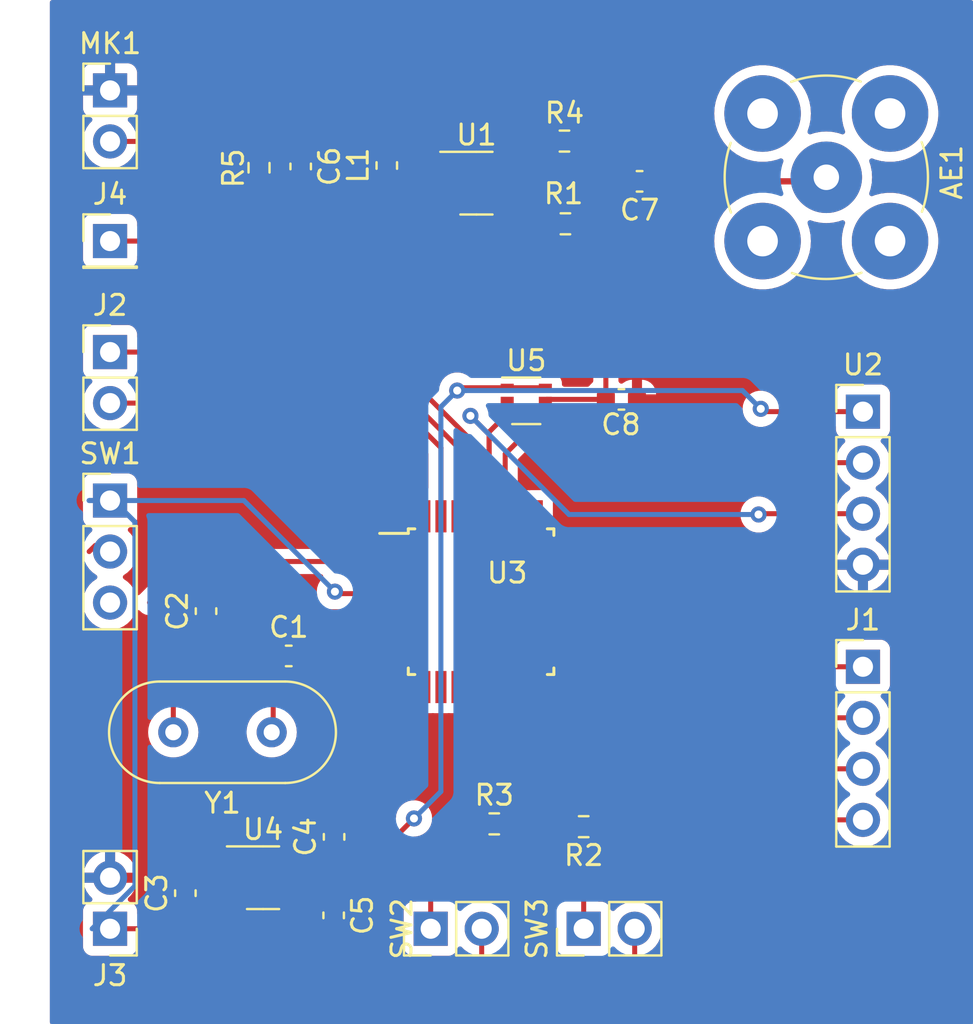
<source format=kicad_pcb>
(kicad_pcb (version 20221018) (generator pcbnew)
  (layers (0 "F.Cu" signal) (31 "B.Cu" signal) (34 "B.Paste" user) (35 "F.Paste" user) (36 "B.SilkS" user "B.Silkscreen") (37 "F.SilkS" user "F.Silkscreen") (38 "B.Mask" user) (39 "F.Mask" user) (44 "Edge.Cuts" user))
  (net 0 "")
  (net 1 "Net-(U3-XTAL2{slash}PB7)")
  (net 2 "GND")
  (net 3 "Net-(U3-XTAL1{slash}PB6)")
  (net 4 "VDD")
  (net 5 "+3.3V")
  (net 6 "Net-(U4-ADJ)")
  (net 7 "Net-(MK1-+)")
  (net 8 "Net-(U1-TUNE)")
  (net 9 "Net-(AE1-A)")
  (net 10 "3V3")
  (net 11 "Net-(J1-Pin_1)")
  (net 12 "Net-(J1-Pin_2)")
  (net 13 "Net-(J1-Pin_3)")
  (net 14 "Net-(J1-Pin_4)")
  (net 15 "Net-(J2-Pin_1)")
  (net 16 "Net-(J2-Pin_2)")
  (net 17 "Net-(J4-Pin_1)")
  (net 18 "Net-(U1-IND)")
  (net 19 "Net-(U1-OUT-)")
  (net 20 "Net-(U3-PB1)")
  (net 21 "Net-(U3-PB0)")
  (net 22 "Net-(U1-OUT+)")
  (net 23 "Net-(U3-PD3)")
  (net 24 "Net-(U3-PD4)")
  (net 38 "SDA0")
  (net 39 "SCL0")
  (footprint "Capacitor_SMD:C_0603_1608Metric" (layer "F.Cu") (at 150.47 87.88)
    (fp_text reference "C8" (at -0.027472 1.256044) (layer "F.SilkS"))
    (fp_text value "C")
    (fp_line (start -0.14058 -0.51) (end 0.14058 -0.51) (stroke (width 0.12)) (layer "F.SilkS"))
    (fp_line (start -0.14058 0.51) (end 0.14058 0.51) (stroke (width 0.12)) (layer "F.SilkS"))
    (pad "1" smd roundrect (at -0.775 0) (size 0.9 0.95) (layers "F.Cu" "F.Paste" "F.Mask") (net 8 "Net-(U1-TUNE)"))
    (pad "2" smd roundrect (at 0.775 0) (size 0.9 0.95) (layers "F.Cu" "F.Paste" "F.Mask") (net 2 "GND"))
  )
  (footprint "Capacitor_SMD:C_0603_1608Metric" (layer "F.Cu") (at 129.78 98.42 90)
    (fp_text reference "C2" (at 0 -1.43 90) (layer "F.SilkS"))
    (fp_text value "C")
    (fp_line (start -0.14058 -0.51) (end 0.14058 -0.51) (stroke (width 0.12)) (layer "F.SilkS"))
    (fp_line (start -0.14058 0.51) (end 0.14058 0.51) (stroke (width 0.12)) (layer "F.SilkS"))
    (pad "1" smd roundrect (at -0.775 0 90) (size 0.9 0.95) (layers "F.Cu" "F.Paste" "F.Mask") (net 3 "Net-(U3-XTAL1{slash}PB6)"))
    (pad "2" smd roundrect (at 0.775 0 90) (size 0.9 0.95) (layers "F.Cu" "F.Paste" "F.Mask") (net 2 "GND"))
  )
  (footprint "Resistor_SMD:R_0603_1608Metric" (layer "F.Cu") (at 144.135 109.01)
    (fp_text reference "R3" (at 0 -1.43) (layer "F.SilkS"))
    (fp_text value "R_US")
    (fp_line (start -0.237258 -0.5225) (end 0.237258 -0.5225) (stroke (width 0.12)) (layer "F.SilkS"))
    (fp_line (start -0.237258 0.5225) (end 0.237258 0.5225) (stroke (width 0.12)) (layer "F.SilkS"))
    (pad "1" smd roundrect (at -0.825 0) (size 0.8 0.95) (layers "F.Cu" "F.Paste" "F.Mask") (net 2 "GND"))
    (pad "2" smd roundrect (at 0.825 0) (size 0.8 0.95) (layers "F.Cu" "F.Paste" "F.Mask") (net 21 "Net-(U3-PB0)"))
  )
  (footprint "Connector_Coaxial:BNC_TEConnectivity_1478204_Vertical" (layer "F.Cu") (at 160.675 76.825 -90)
    (fp_text reference "AE1" (at -0.25 -6.25 -90) (layer "F.SilkS"))
    (fp_text value "Antenna")
    (fp_arc (start -4.75 1.75) (mid -5.062075 0.019867) (end -4.763589 -1.712663) (stroke (width 0.12)) (layer "F.SilkS"))
    (fp_arc (start -1.75 -4.75) (mid -0.019867 -5.062075) (end 1.712663 -4.763589) (stroke (width 0.12)) (layer "F.SilkS"))
    (fp_arc (start 1.75 4.75) (mid 0.019867 5.062075) (end -1.712663 4.763589) (stroke (width 0.12)) (layer "F.SilkS"))
    (fp_arc (start 4.75 -1.75) (mid 5.062075 -0.019867) (end 4.763589 1.712663) (stroke (width 0.12)) (layer "F.SilkS"))
    (pad "1" thru_hole circle (at 0 0 270) (size 3.556 3.556) (drill 1.27) (layers "*.Cu" "*.Mask") (net 9 "Net-(AE1-A)"))
    (pad "2" thru_hole circle (at -3.175 -3.175 270) (size 3.81 3.81) (drill 1.524) (layers "*.Cu" "*.Mask"))
    (pad "2" thru_hole circle (at -3.175 3.175 270) (size 3.81 3.81) (drill 1.524) (layers "*.Cu" "*.Mask"))
    (pad "2" thru_hole circle (at 3.175 -3.175 270) (size 3.81 3.81) (drill 1.524) (layers "*.Cu" "*.Mask"))
    (pad "2" thru_hole circle (at 3.175 3.175 270) (size 3.81 3.81) (drill 1.524) (layers "*.Cu" "*.Mask"))
  )
  (footprint "Resistor_SMD:R_0603_1608Metric" (layer "F.Cu") (at 132.42 76.349165 -90)
    (fp_text reference "R5" (at 0.028965 1.278318 90) (layer "F.SilkS"))
    (fp_text value "R_US")
    (fp_line (start -0.237258 -0.5225) (end 0.237258 -0.5225) (stroke (width 0.12)) (layer "F.SilkS"))
    (fp_line (start -0.237258 0.5225) (end 0.237258 0.5225) (stroke (width 0.12)) (layer "F.SilkS"))
    (pad "1" smd roundrect (at -0.825 0 270) (size 0.8 0.95) (layers "F.Cu" "F.Paste" "F.Mask") (net 7 "Net-(MK1-+)"))
    (pad "2" smd roundrect (at 0.825 0 270) (size 0.8 0.95) (layers "F.Cu" "F.Paste" "F.Mask") (net 10 "3V3"))
  )
  (footprint "Capacitor_SMD:C_0603_1608Metric" (layer "F.Cu") (at 136.137119 113.5634 -90)
    (fp_text reference "C5" (at 0 -1.43 90) (layer "F.SilkS"))
    (fp_text value "C")
    (fp_line (start -0.14058 -0.51) (end 0.14058 -0.51) (stroke (width 0.12)) (layer "F.SilkS"))
    (fp_line (start -0.14058 0.51) (end 0.14058 0.51) (stroke (width 0.12)) (layer "F.SilkS"))
    (pad "1" smd roundrect (at -0.775 0 270) (size 0.9 0.95) (layers "F.Cu" "F.Paste" "F.Mask") (net 6 "Net-(U4-ADJ)"))
    (pad "2" smd roundrect (at 0.775 0 270) (size 0.9 0.95) (layers "F.Cu" "F.Paste" "F.Mask") (net 2 "GND"))
  )
  (footprint "Connector_PinHeader_2.54mm:PinHeader_1x02_P2.54mm_Vertical" (layer "F.Cu") (at 140.97 114.23 90)
    (fp_text reference "SW2" (at 0 -1.437881 90) (layer "F.SilkS"))
    (fp_text value "SW_Push")
    (fp_line (start -1.33 -1.33) (end 0 -1.33) (stroke (width 0.12)) (layer "F.SilkS"))
    (fp_line (start -1.33 0) (end -1.33 -1.33) (stroke (width 0.12)) (layer "F.SilkS"))
    (fp_line (start -1.33 1.27) (end -1.33 3.87) (stroke (width 0.12)) (layer "F.SilkS"))
    (fp_line (start -1.33 1.27) (end 1.33 1.27) (stroke (width 0.12)) (layer "F.SilkS"))
    (fp_line (start -1.33 3.87) (end 1.33 3.87) (stroke (width 0.12)) (layer "F.SilkS"))
    (fp_line (start 1.33 1.27) (end 1.33 3.87) (stroke (width 0.12)) (layer "F.SilkS"))
    (pad "1" thru_hole rect (at 0 0 90) (size 1.7 1.7) (drill 1) (layers "*.Cu" "*.Mask") (net 21 "Net-(U3-PB0)"))
    (pad "2" thru_hole oval (at 0 2.54 90) (size 1.7 1.7) (drill 1) (layers "*.Cu" "*.Mask") (net 4 "VDD"))
  )
  (footprint "Connector_PinHeader_2.54mm:PinHeader_1x01_P2.54mm_Vertical" (layer "F.Cu") (at 125 80)
    (fp_text reference "J4" (at 0 -2.33) (layer "F.SilkS"))
    (fp_text value "reset")
    (fp_line (start -1.33 -1.33) (end 0 -1.33) (stroke (width 0.12)) (layer "F.SilkS"))
    (fp_line (start -1.33 0) (end -1.33 -1.33) (stroke (width 0.12)) (layer "F.SilkS"))
    (fp_line (start -1.33 1.27) (end -1.33 1.33) (stroke (width 0.12)) (layer "F.SilkS"))
    (fp_line (start -1.33 1.27) (end 1.33 1.27) (stroke (width 0.12)) (layer "F.SilkS"))
    (fp_line (start -1.33 1.33) (end 1.33 1.33) (stroke (width 0.12)) (layer "F.SilkS"))
    (fp_line (start 1.33 1.27) (end 1.33 1.33) (stroke (width 0.12)) (layer "F.SilkS"))
    (pad "1" thru_hole rect (at 0 0) (size 1.7 1.7) (drill 1) (layers "*.Cu" "*.Mask") (net 17 "Net-(J4-Pin_1)"))
  )
  (footprint "Connector_PinHeader_2.54mm:PinHeader_1x02_P2.54mm_Vertical" (layer "F.Cu") (at 148.59 114.23 90)
    (fp_text reference "SW3" (at 0 -2.33 90) (layer "F.SilkS"))
    (fp_text value "SW_Push")
    (fp_line (start -1.33 -1.33) (end 0 -1.33) (stroke (width 0.12)) (layer "F.SilkS"))
    (fp_line (start -1.33 0) (end -1.33 -1.33) (stroke (width 0.12)) (layer "F.SilkS"))
    (fp_line (start -1.33 1.27) (end -1.33 3.87) (stroke (width 0.12)) (layer "F.SilkS"))
    (fp_line (start -1.33 1.27) (end 1.33 1.27) (stroke (width 0.12)) (layer "F.SilkS"))
    (fp_line (start -1.33 3.87) (end 1.33 3.87) (stroke (width 0.12)) (layer "F.SilkS"))
    (fp_line (start 1.33 1.27) (end 1.33 3.87) (stroke (width 0.12)) (layer "F.SilkS"))
    (pad "1" thru_hole rect (at 0 0 90) (size 1.7 1.7) (drill 1) (layers "*.Cu" "*.Mask") (net 20 "Net-(U3-PB1)"))
    (pad "2" thru_hole oval (at 0 2.54 90) (size 1.7 1.7) (drill 1) (layers "*.Cu" "*.Mask") (net 4 "VDD"))
  )
  (footprint "Capacitor_SMD:C_0603_1608Metric" (layer "F.Cu") (at 128.750918 112.458408 90)
    (fp_text reference "C3" (at 0 -1.43 90) (layer "F.SilkS"))
    (fp_text value "C")
    (fp_line (start -0.14058 -0.51) (end 0.14058 -0.51) (stroke (width 0.12)) (layer "F.SilkS"))
    (fp_line (start -0.14058 0.51) (end 0.14058 0.51) (stroke (width 0.12)) (layer "F.SilkS"))
    (pad "1" smd roundrect (at -0.775 0 90) (size 0.9 0.95) (layers "F.Cu" "F.Paste" "F.Mask") (net 4 "VDD"))
    (pad "2" smd roundrect (at 0.775 0 90) (size 0.9 0.95) (layers "F.Cu" "F.Paste" "F.Mask") (net 2 "GND"))
  )
  (footprint "Crystal:Crystal_HC18-U_Vertical" (layer "F.Cu") (at 133.05 104.45 180)
    (fp_text reference "Y1" (at 2.45 -3.525) (layer "F.SilkS"))
    (fp_text value "Crystal")
    (fp_line (start -0.675 -2.525) (end 5.575 -2.525) (stroke (width 0.12)) (layer "F.SilkS"))
    (fp_line (start -0.675 2.525) (end 5.575 2.525) (stroke (width 0.12)) (layer "F.SilkS"))
    (fp_arc (start -0.675 2.525) (mid -3.2 0) (end -0.675 -2.525) (stroke (width 0.12)) (layer "F.SilkS"))
    (fp_arc (start 5.575 -2.525) (mid 8.1 0) (end 5.575 2.525) (stroke (width 0.12)) (layer "F.SilkS"))
    (pad "1" thru_hole circle (at 0 0 180) (size 1.5 1.5) (drill 0.8) (layers "*.Cu" "*.Mask") (net 1 "Net-(U3-XTAL2{slash}PB7)"))
    (pad "2" thru_hole circle (at 4.9 0 180) (size 1.5 1.5) (drill 0.8) (layers "*.Cu" "*.Mask") (net 3 "Net-(U3-XTAL1{slash}PB6)"))
  )
  (footprint "Connector_PinHeader_2.54mm:PinHeader_1x04_P2.54mm_Vertical" (layer "F.Cu") (at 162.5 101.19)
    (fp_text reference "J1" (at 0 -2.33) (layer "F.SilkS"))
    (fp_text value "SPI")
    (fp_line (start -1.33 -1.33) (end 0 -1.33) (stroke (width 0.12)) (layer "F.SilkS"))
    (fp_line (start -1.33 0) (end -1.33 -1.33) (stroke (width 0.12)) (layer "F.SilkS"))
    (fp_line (start -1.33 1.27) (end -1.33 8.95) (stroke (width 0.12)) (layer "F.SilkS"))
    (fp_line (start -1.33 1.27) (end 1.33 1.27) (stroke (width 0.12)) (layer "F.SilkS"))
    (fp_line (start -1.33 8.95) (end 1.33 8.95) (stroke (width 0.12)) (layer "F.SilkS"))
    (fp_line (start 1.33 1.27) (end 1.33 8.95) (stroke (width 0.12)) (layer "F.SilkS"))
    (pad "1" thru_hole rect (at 0 0) (size 1.7 1.7) (drill 1) (layers "*.Cu" "*.Mask") (net 11 "Net-(J1-Pin_1)"))
    (pad "2" thru_hole oval (at 0 2.54) (size 1.7 1.7) (drill 1) (layers "*.Cu" "*.Mask") (net 12 "Net-(J1-Pin_2)"))
    (pad "3" thru_hole oval (at 0 5.08) (size 1.7 1.7) (drill 1) (layers "*.Cu" "*.Mask") (net 13 "Net-(J1-Pin_3)"))
    (pad "4" thru_hole oval (at 0 7.62) (size 1.7 1.7) (drill 1) (layers "*.Cu" "*.Mask") (net 14 "Net-(J1-Pin_4)"))
  )
  (footprint "Package_TO_SOT_SMD:SOT-23-5" (layer "F.Cu") (at 132.62 111.69)
    (fp_text reference "U4" (at 0 -2.4) (layer "F.SilkS"))
    (fp_text value "AP2204K-ADJ")
    (fp_line (start 0 -1.56) (end -1.8 -1.56) (stroke (width 0.12)) (layer "F.SilkS"))
    (fp_line (start 0 -1.56) (end 0.8 -1.56) (stroke (width 0.12)) (layer "F.SilkS"))
    (fp_line (start 0 1.56) (end -0.8 1.56) (stroke (width 0.12)) (layer "F.SilkS"))
    (fp_line (start 0 1.56) (end 0.8 1.56) (stroke (width 0.12)) (layer "F.SilkS"))
    (pad "1" smd roundrect (at -1.1375 -0.95) (size 1.325 0.6) (layers "F.Cu" "F.Paste" "F.Mask") (net 4 "VDD"))
    (pad "2" smd roundrect (at -1.1375 0) (size 1.325 0.6) (layers "F.Cu" "F.Paste" "F.Mask") (net 2 "GND"))
    (pad "3" smd roundrect (at -1.1375 0.95) (size 1.325 0.6) (layers "F.Cu" "F.Paste" "F.Mask") (net 4 "VDD"))
    (pad "4" smd roundrect (at 1.1375 0.95) (size 1.325 0.6) (layers "F.Cu" "F.Paste" "F.Mask") (net 6 "Net-(U4-ADJ)"))
    (pad "5" smd roundrect (at 1.1375 -0.95) (size 1.325 0.6) (layers "F.Cu" "F.Paste" "F.Mask") (net 5 "+3.3V"))
  )
  (footprint "Capacitor_SMD:C_0603_1608Metric" (layer "F.Cu") (at 136.158007 109.656205 90)
    (fp_text reference "C4" (at 0 -1.43 90) (layer "F.SilkS"))
    (fp_text value "C")
    (fp_line (start -0.14058 -0.51) (end 0.14058 -0.51) (stroke (width 0.12)) (layer "F.SilkS"))
    (fp_line (start -0.14058 0.51) (end 0.14058 0.51) (stroke (width 0.12)) (layer "F.SilkS"))
    (pad "1" smd roundrect (at -0.775 0 90) (size 0.9 0.95) (layers "F.Cu" "F.Paste" "F.Mask") (net 5 "+3.3V"))
    (pad "2" smd roundrect (at 0.775 0 90) (size 0.9 0.95) (layers "F.Cu" "F.Paste" "F.Mask") (net 2 "GND"))
  )
  (footprint "Package_TO_SOT_SMD:SOT-363_SC-70-6" (layer "F.Cu") (at 145.73 87.95)
    (fp_text reference "U5" (at 0 -2) (layer "F.SilkS"))
    (fp_text value "MCP4018-xxxxLT")
    (fp_line (start -0.7 1.16) (end 0.7 1.16) (stroke (width 0.12)) (layer "F.SilkS"))
    (fp_line (start 0.7 -1.16) (end -1.2 -1.16) (stroke (width 0.12)) (layer "F.SilkS"))
    (pad "1" smd rect (at -0.95 -0.65) (size 0.65 0.4) (layers "F.Cu" "F.Paste" "F.Mask") (net 5 "+3.3V"))
    (pad "2" smd rect (at -0.95 0) (size 0.65 0.4) (layers "F.Cu" "F.Paste" "F.Mask") (net 2 "GND"))
    (pad "3" smd rect (at -0.95 0.65) (size 0.65 0.4) (layers "F.Cu" "F.Paste" "F.Mask") (net 39 "SCL0"))
    (pad "4" smd rect (at 0.95 0.65) (size 0.65 0.4) (layers "F.Cu" "F.Paste" "F.Mask") (net 38 "SDA0"))
    (pad "5" smd rect (at 0.95 0) (size 0.65 0.4) (layers "F.Cu" "F.Paste" "F.Mask") (net 8 "Net-(U1-TUNE)"))
    (pad "6" smd rect (at 0.95 -0.65) (size 0.65 0.4) (layers "F.Cu" "F.Paste" "F.Mask") (net 5 "+3.3V"))
  )
  (footprint "Connector_PinHeader_2.54mm:PinHeader_1x02_P2.54mm_Vertical" (layer "F.Cu") (at 125 72.5)
    (fp_text reference "MK1" (at 0 -2.33) (layer "F.SilkS"))
    (fp_text value "Microphone")
    (fp_line (start -1.33 -1.33) (end 0 -1.33) (stroke (width 0.12)) (layer "F.SilkS"))
    (fp_line (start -1.33 0) (end -1.33 -1.33) (stroke (width 0.12)) (layer "F.SilkS"))
    (fp_line (start -1.33 1.27) (end -1.33 3.87) (stroke (width 0.12)) (layer "F.SilkS"))
    (fp_line (start -1.33 1.27) (end 1.33 1.27) (stroke (width 0.12)) (layer "F.SilkS"))
    (fp_line (start -1.33 3.87) (end 1.33 3.87) (stroke (width 0.12)) (layer "F.SilkS"))
    (fp_line (start 1.33 1.27) (end 1.33 3.87) (stroke (width 0.12)) (layer "F.SilkS"))
    (pad "1" thru_hole rect (at 0 0) (size 1.7 1.7) (drill 1) (layers "*.Cu" "*.Mask") (net 2 "GND"))
    (pad "2" thru_hole oval (at 0 2.54) (size 1.7 1.7) (drill 1) (layers "*.Cu" "*.Mask") (net 7 "Net-(MK1-+)"))
  )
  (footprint "Resistor_SMD:R_0603_1608Metric" (layer "F.Cu") (at 147.632748 75.022967 180)
    (fp_text reference "R4" (at 0 1.395604) (layer "F.SilkS"))
    (fp_text value "R_US")
    (fp_line (start -0.237258 -0.5225) (end 0.237258 -0.5225) (stroke (width 0.12)) (layer "F.SilkS"))
    (fp_line (start -0.237258 0.5225) (end 0.237258 0.5225) (stroke (width 0.12)) (layer "F.SilkS"))
    (pad "1" smd roundrect (at -0.825 0 180) (size 0.8 0.95) (layers "F.Cu" "F.Paste" "F.Mask") (net 10 "3V3"))
    (pad "2" smd roundrect (at 0.825 0 180) (size 0.8 0.95) (layers "F.Cu" "F.Paste" "F.Mask") (net 22 "Net-(U1-OUT+)"))
  )
  (footprint "Connector_PinHeader_2.54mm:PinHeader_1x03_P2.54mm_Vertical" (layer "F.Cu") (at 125 92.915)
    (fp_text reference "SW1" (at 0 -2.33) (layer "F.SilkS"))
    (fp_text value "RotaryEncoder")
    (fp_line (start -1.33 -1.33) (end 0 -1.33) (stroke (width 0.12)) (layer "F.SilkS"))
    (fp_line (start -1.33 0) (end -1.33 -1.33) (stroke (width 0.12)) (layer "F.SilkS"))
    (fp_line (start -1.33 1.27) (end -1.33 6.41) (stroke (width 0.12)) (layer "F.SilkS"))
    (fp_line (start -1.33 1.27) (end 1.33 1.27) (stroke (width 0.12)) (layer "F.SilkS"))
    (fp_line (start -1.33 6.41) (end 1.33 6.41) (stroke (width 0.12)) (layer "F.SilkS"))
    (fp_line (start 1.33 1.27) (end 1.33 6.41) (stroke (width 0.12)) (layer "F.SilkS"))
    (pad "1" thru_hole rect (at 0 0) (size 1.7 1.7) (drill 1) (layers "*.Cu" "*.Mask") (net 4 "VDD"))
    (pad "2" thru_hole oval (at 0 2.54) (size 1.7 1.7) (drill 1) (layers "*.Cu" "*.Mask"))
    (pad "3" thru_hole oval (at 0 5.08) (size 1.7 1.7) (drill 1) (layers "*.Cu" "*.Mask"))
  )
  (footprint "Connector_PinHeader_2.54mm:PinHeader_1x02_P2.54mm_Vertical" (layer "F.Cu") (at 125 114.23 180)
    (fp_text reference "J3" (at 0 -2.33) (layer "F.SilkS"))
    (fp_text value "vdd_gnd")
    (fp_line (start -1.33 -1.33) (end 0 -1.33) (stroke (width 0.12)) (layer "F.SilkS"))
    (fp_line (start -1.33 0) (end -1.33 -1.33) (stroke (width 0.12)) (layer "F.SilkS"))
    (fp_line (start -1.33 1.27) (end -1.33 3.87) (stroke (width 0.12)) (layer "F.SilkS"))
    (fp_line (start -1.33 1.27) (end 1.33 1.27) (stroke (width 0.12)) (layer "F.SilkS"))
    (fp_line (start -1.33 3.87) (end 1.33 3.87) (stroke (width 0.12)) (layer "F.SilkS"))
    (fp_line (start 1.33 1.27) (end 1.33 3.87) (stroke (width 0.12)) (layer "F.SilkS"))
    (pad "1" thru_hole rect (at 0 0 180) (size 1.7 1.7) (drill 1) (layers "*.Cu" "*.Mask") (net 4 "VDD"))
    (pad "2" thru_hole oval (at 0 2.54 180) (size 1.7 1.7) (drill 1) (layers "*.Cu" "*.Mask") (net 2 "GND"))
  )
  (footprint "Package_TO_SOT_SMD:SOT-23-6" (layer "F.Cu") (at 143.248344 77.117363)
    (fp_text reference "U1" (at 0 -2.4) (layer "F.SilkS"))
    (fp_text value "MAX2606")
    (fp_line (start 0 -1.56) (end -1.8 -1.56) (stroke (width 0.12)) (layer "F.SilkS"))
    (fp_line (start 0 -1.56) (end 0.8 -1.56) (stroke (width 0.12)) (layer "F.SilkS"))
    (fp_line (start 0 1.56) (end -0.8 1.56) (stroke (width 0.12)) (layer "F.SilkS"))
    (fp_line (start 0 1.56) (end 0.8 1.56) (stroke (width 0.12)) (layer "F.SilkS"))
    (pad "1" smd roundrect (at -1.1375 -0.95) (size 1.325 0.6) (layers "F.Cu" "F.Paste" "F.Mask") (net 18 "Net-(U1-IND)"))
    (pad "2" smd roundrect (at -1.1375 0) (size 1.325 0.6) (layers "F.Cu" "F.Paste" "F.Mask") (net 2 "GND"))
    (pad "3" smd roundrect (at -1.1375 0.95) (size 1.325 0.6) (layers "F.Cu" "F.Paste" "F.Mask") (net 8 "Net-(U1-TUNE)"))
    (pad "4" smd roundrect (at 1.1375 0.95) (size 1.325 0.6) (layers "F.Cu" "F.Paste" "F.Mask") (net 19 "Net-(U1-OUT-)"))
    (pad "5" smd roundrect (at 1.1375 0) (size 1.325 0.6) (layers "F.Cu" "F.Paste" "F.Mask") (net 10 "3V3"))
    (pad "6" smd roundrect (at 1.1375 -0.95) (size 1.325 0.6) (layers "F.Cu" "F.Paste" "F.Mask") (net 22 "Net-(U1-OUT+)"))
  )
  (footprint "Resistor_SMD:R_0603_1608Metric" (layer "F.Cu") (at 147.68 79.14 180)
    (fp_text reference "R1" (at 0.092308 1.500275) (layer "F.SilkS"))
    (fp_text value "R_US")
    (fp_line (start -0.237258 -0.5225) (end 0.237258 -0.5225) (stroke (width 0.12)) (layer "F.SilkS"))
    (fp_line (start -0.237258 0.5225) (end 0.237258 0.5225) (stroke (width 0.12)) (layer "F.SilkS"))
    (pad "1" smd roundrect (at -0.825 0 180) (size 0.8 0.95) (layers "F.Cu" "F.Paste" "F.Mask") (net 10 "3V3"))
    (pad "2" smd roundrect (at 0.825 0 180) (size 0.8 0.95) (layers "F.Cu" "F.Paste" "F.Mask") (net 19 "Net-(U1-OUT-)"))
  )
  (footprint "Connector_PinHeader_2.54mm:PinHeader_1x02_P2.54mm_Vertical" (layer "F.Cu") (at 125 85.525)
    (fp_text reference "J2" (at 0 -2.33) (layer "F.SilkS"))
    (fp_text value "UART")
    (fp_line (start -1.33 -1.33) (end 0 -1.33) (stroke (width 0.12)) (layer "F.SilkS"))
    (fp_line (start -1.33 0) (end -1.33 -1.33) (stroke (width 0.12)) (layer "F.SilkS"))
    (fp_line (start -1.33 1.27) (end -1.33 3.87) (stroke (width 0.12)) (layer "F.SilkS"))
    (fp_line (start -1.33 1.27) (end 1.33 1.27) (stroke (width 0.12)) (layer "F.SilkS"))
    (fp_line (start -1.33 3.87) (end 1.33 3.87) (stroke (width 0.12)) (layer "F.SilkS"))
    (fp_line (start 1.33 1.27) (end 1.33 3.87) (stroke (width 0.12)) (layer "F.SilkS"))
    (pad "1" thru_hole rect (at 0 0) (size 1.7 1.7) (drill 1) (layers "*.Cu" "*.Mask") (net 15 "Net-(J2-Pin_1)"))
    (pad "2" thru_hole oval (at 0 2.54) (size 1.7 1.7) (drill 1) (layers "*.Cu" "*.Mask") (net 16 "Net-(J2-Pin_2)"))
  )
  (footprint "Capacitor_SMD:C_0603_1608Metric" (layer "F.Cu") (at 133.9 100.65)
    (fp_text reference "C1" (at 0 -1.43) (layer "F.SilkS"))
    (fp_text value "C")
    (fp_line (start -0.14058 -0.51) (end 0.14058 -0.51) (stroke (width 0.12)) (layer "F.SilkS"))
    (fp_line (start -0.14058 0.51) (end 0.14058 0.51) (stroke (width 0.12)) (layer "F.SilkS"))
    (pad "1" smd roundrect (at -0.775 0) (size 0.9 0.95) (layers "F.Cu" "F.Paste" "F.Mask") (net 1 "Net-(U3-XTAL2{slash}PB7)"))
    (pad "2" smd roundrect (at 0.775 0) (size 0.9 0.95) (layers "F.Cu" "F.Paste" "F.Mask") (net 2 "GND"))
  )
  (footprint "Connector_PinHeader_2.54mm:PinHeader_1x04_P2.54mm_Vertical" (layer "F.Cu") (at 162.5 88.49)
    (fp_text reference "U2" (at 0 -2.33) (layer "F.SilkS"))
    (fp_text value "OLED_I2C")
    (fp_line (start -1.33 -1.33) (end 0 -1.33) (stroke (width 0.12)) (layer "F.SilkS"))
    (fp_line (start -1.33 0) (end -1.33 -1.33) (stroke (width 0.12)) (layer "F.SilkS"))
    (fp_line (start -1.33 1.27) (end -1.33 8.95) (stroke (width 0.12)) (layer "F.SilkS"))
    (fp_line (start -1.33 1.27) (end 1.33 1.27) (stroke (width 0.12)) (layer "F.SilkS"))
    (fp_line (start -1.33 8.95) (end 1.33 8.95) (stroke (width 0.12)) (layer "F.SilkS"))
    (fp_line (start 1.33 1.27) (end 1.33 8.95) (stroke (width 0.12)) (layer "F.SilkS"))
    (pad "1" thru_hole rect (at 0 0) (size 1.7 1.7) (drill 1) (layers "*.Cu" "*.Mask") (net 5 "+3.3V"))
    (pad "2" thru_hole oval (at 0 2.54) (size 1.7 1.7) (drill 1) (layers "*.Cu" "*.Mask") (net 38 "SDA0"))
    (pad "3" thru_hole oval (at 0 5.08) (size 1.7 1.7) (drill 1) (layers "*.Cu" "*.Mask") (net 39 "SCL0"))
    (pad "4" thru_hole oval (at 0 7.62) (size 1.7 1.7) (drill 1) (layers "*.Cu" "*.Mask") (net 2 "GND"))
  )
  (footprint "Capacitor_SMD:C_0603_1608Metric" (layer "F.Cu") (at 151.374228 77.025939 180)
    (fp_text reference "C7" (at 0 -1.43) (layer "F.SilkS"))
    (fp_text value "C")
    (fp_line (start -0.14058 -0.51) (end 0.14058 -0.51) (stroke (width 0.12)) (layer "F.SilkS"))
    (fp_line (start -0.14058 0.51) (end 0.14058 0.51) (stroke (width 0.12)) (layer "F.SilkS"))
    (pad "1" smd roundrect (at -0.775 0 180) (size 0.9 0.95) (layers "F.Cu" "F.Paste" "F.Mask") (net 9 "Net-(AE1-A)"))
    (pad "2" smd roundrect (at 0.775 0 180) (size 0.9 0.95) (layers "F.Cu" "F.Paste" "F.Mask") (net 10 "3V3"))
  )
  (footprint "Package_QFP:TQFP-32_7x7mm_P0.8mm" (layer "F.Cu") (at 143.48 97.95)
    (fp_text reference "U3" (at 1.3 -1.43) (layer "F.SilkS"))
    (fp_text value "ATmega328PB-A")
    (fp_line (start -3.625 -3.625) (end -3.625 -3.4) (stroke (width 0.15)) (layer "F.SilkS"))
    (fp_line (start -3.625 -3.625) (end -3.3 -3.625) (stroke (width 0.15)) (layer "F.SilkS"))
    (fp_line (start -3.625 -3.4) (end -5.05 -3.4) (stroke (width 0.15)) (layer "F.SilkS"))
    (fp_line (start -3.625 3.625) (end -3.625 3.3) (stroke (width 0.15)) (layer "F.SilkS"))
    (fp_line (start -3.625 3.625) (end -3.3 3.625) (stroke (width 0.15)) (layer "F.SilkS"))
    (fp_line (start 3.625 -3.625) (end 3.3 -3.625) (stroke (width 0.15)) (layer "F.SilkS"))
    (fp_line (start 3.625 -3.625) (end 3.625 -3.3) (stroke (width 0.15)) (layer "F.SilkS"))
    (fp_line (start 3.625 3.625) (end 3.3 3.625) (stroke (width 0.15)) (layer "F.SilkS"))
    (fp_line (start 3.625 3.625) (end 3.625 3.3) (stroke (width 0.15)) (layer "F.SilkS"))
    (pad "1" smd rect (at -4.25 -2.8) (size 1.6 0.55) (layers "F.Cu" "F.Paste" "F.Mask") (net 23 "Net-(U3-PD3)"))
    (pad "2" smd rect (at -4.25 -2) (size 1.6 0.55) (layers "F.Cu" "F.Paste" "F.Mask") (net 24 "Net-(U3-PD4)"))
    (pad "3" smd rect (at -4.25 -1.2) (size 1.6 0.55) (layers "F.Cu" "F.Paste" "F.Mask"))
    (pad "4" smd rect (at -4.25 -0.4) (size 1.6 0.55) (layers "F.Cu" "F.Paste" "F.Mask") (net 4 "VDD"))
    (pad "5" smd rect (at -4.25 0.4) (size 1.6 0.55) (layers "F.Cu" "F.Paste" "F.Mask") (net 2 "GND"))
    (pad "6" smd rect (at -4.25 1.2) (size 1.6 0.55) (layers "F.Cu" "F.Paste" "F.Mask"))
    (pad "7" smd rect (at -4.25 2) (size 1.6 0.55) (layers "F.Cu" "F.Paste" "F.Mask") (net 3 "Net-(U3-XTAL1{slash}PB6)"))
    (pad "8" smd rect (at -4.25 2.8) (size 1.6 0.55) (layers "F.Cu" "F.Paste" "F.Mask") (net 1 "Net-(U3-XTAL2{slash}PB7)"))
    (pad "9" smd rect (at -2.8 4.25 90) (size 1.6 0.55) (layers "F.Cu" "F.Paste" "F.Mask"))
    (pad "10" smd rect (at -2 4.25 90) (size 1.6 0.55) (layers "F.Cu" "F.Paste" "F.Mask"))
    (pad "11" smd rect (at -1.2 4.25 90) (size 1.6 0.55) (layers "F.Cu" "F.Paste" "F.Mask"))
    (pad "12" smd rect (at -0.4 4.25 90) (size 1.6 0.55) (layers "F.Cu" "F.Paste" "F.Mask") (net 21 "Net-(U3-PB0)"))
    (pad "13" smd rect (at 0.4 4.25 90) (size 1.6 0.55) (layers "F.Cu" "F.Paste" "F.Mask") (net 20 "Net-(U3-PB1)"))
    (pad "14" smd rect (at 1.2 4.25 90) (size 1.6 0.55) (layers "F.Cu" "F.Paste" "F.Mask") (net 14 "Net-(J1-Pin_4)"))
    (pad "15" smd rect (at 2 4.25 90) (size 1.6 0.55) (layers "F.Cu" "F.Paste" "F.Mask") (net 13 "Net-(J1-Pin_3)"))
    (pad "16" smd rect (at 2.8 4.25 90) (size 1.6 0.55) (layers "F.Cu" "F.Paste" "F.Mask") (net 12 "Net-(J1-Pin_2)"))
    (pad "17" smd rect (at 4.25 2.8) (size 1.6 0.55) (layers "F.Cu" "F.Paste" "F.Mask") (net 11 "Net-(J1-Pin_1)"))
    (pad "18" smd rect (at 4.25 2) (size 1.6 0.55) (layers "F.Cu" "F.Paste" "F.Mask"))
    (pad "19" smd rect (at 4.25 1.2) (size 1.6 0.55) (layers "F.Cu" "F.Paste" "F.Mask"))
    (pad "20" smd rect (at 4.25 0.4) (size 1.6 0.55) (layers "F.Cu" "F.Paste" "F.Mask"))
    (pad "21" smd rect (at 4.25 -0.4) (size 1.6 0.55) (layers "F.Cu" "F.Paste" "F.Mask") (net 2 "GND"))
    (pad "22" smd rect (at 4.25 -1.2) (size 1.6 0.55) (layers "F.Cu" "F.Paste" "F.Mask"))
    (pad "23" smd rect (at 4.25 -2) (size 1.6 0.55) (layers "F.Cu" "F.Paste" "F.Mask"))
    (pad "24" smd rect (at 4.25 -2.8) (size 1.6 0.55) (layers "F.Cu" "F.Paste" "F.Mask"))
    (pad "25" smd rect (at 2.8 -4.25 90) (size 1.6 0.55) (layers "F.Cu" "F.Paste" "F.Mask"))
    (pad "26" smd rect (at 2 -4.25 90) (size 1.6 0.55) (layers "F.Cu" "F.Paste" "F.Mask"))
    (pad "27" smd rect (at 1.2 -4.25 90) (size 1.6 0.55) (layers "F.Cu" "F.Paste" "F.Mask") (net 38 "SDA0"))
    (pad "28" smd rect (at 0.4 -4.25 90) (size 1.6 0.55) (layers "F.Cu" "F.Paste" "F.Mask") (net 39 "SCL0"))
    (pad "29" smd rect (at -0.4 -4.25 90) (size 1.6 0.55) (layers "F.Cu" "F.Paste" "F.Mask") (net 17 "Net-(J4-Pin_1)"))
    (pad "30" smd rect (at -1.2 -4.25 90) (size 1.6 0.55) (layers "F.Cu" "F.Paste" "F.Mask") (net 15 "Net-(J2-Pin_1)"))
    (pad "31" smd rect (at -2 -4.25 90) (size 1.6 0.55) (layers "F.Cu" "F.Paste" "F.Mask") (net 16 "Net-(J2-Pin_2)"))
    (pad "32" smd rect (at -2.8 -4.25 90) (size 1.6 0.55) (layers "F.Cu" "F.Paste" "F.Mask"))
  )
  (footprint "Capacitor_SMD:C_0603_1608Metric" (layer "F.Cu") (at 134.494351 76.285 -90)
    (fp_text reference "C6" (at 0 -1.43 90) (layer "F.SilkS"))
    (fp_text value "C")
    (fp_line (start -0.14058 -0.51) (end 0.14058 -0.51) (stroke (width 0.12)) (layer "F.SilkS"))
    (fp_line (start -0.14058 0.51) (end 0.14058 0.51) (stroke (width 0.12)) (layer "F.SilkS"))
    (pad "1" smd roundrect (at -0.775 0 270) (size 0.9 0.95) (layers "F.Cu" "F.Paste" "F.Mask") (net 7 "Net-(MK1-+)"))
    (pad "2" smd roundrect (at 0.775 0 270) (size 0.9 0.95) (layers "F.Cu" "F.Paste" "F.Mask") (net 8 "Net-(U1-TUNE)"))
  )
  (footprint "Resistor_SMD:R_0603_1608Metric" (layer "F.Cu") (at 148.59 109.15 180)
    (fp_text reference "R2" (at 0 -1.43) (layer "F.SilkS"))
    (fp_text value "R_US")
    (fp_line (start -0.237258 -0.5225) (end 0.237258 -0.5225) (stroke (width 0.12)) (layer "F.SilkS"))
    (fp_line (start -0.237258 0.5225) (end 0.237258 0.5225) (stroke (width 0.12)) (layer "F.SilkS"))
    (pad "1" smd roundrect (at -0.825 0 180) (size 0.8 0.95) (layers "F.Cu" "F.Paste" "F.Mask") (net 2 "GND"))
    (pad "2" smd roundrect (at 0.825 0 180) (size 0.8 0.95) (layers "F.Cu" "F.Paste" "F.Mask") (net 20 "Net-(U3-PB1)"))
  )
  (footprint "Inductor_SMD:L_0603_1608Metric" (layer "F.Cu") (at 138.783344 76.238439 90)
    (fp_text reference "L1" (at 0 -1.43 90) (layer "F.SilkS"))
    (fp_text value "L")
    (fp_line (start -0.162779 -0.51) (end 0.162779 -0.51) (stroke (width 0.12)) (layer "F.SilkS"))
    (fp_line (start -0.162779 0.51) (end 0.162779 0.51) (stroke (width 0.12)) (layer "F.SilkS"))
    (pad "1" smd roundrect (at -0.7875 0 90) (size 0.875 0.95) (layers "F.Cu" "F.Paste" "F.Mask") (net 2 "GND"))
    (pad "2" smd roundrect (at 0.7875 0 90) (size 0.875 0.95) (layers "F.Cu" "F.Paste" "F.Mask") (net 18 "Net-(U1-IND)"))
  )
  (segment (start 139.23 100.75) (end 137.6 100.75) (width 0.25) (layer "F.Cu") (net 1))
  (segment (start 133.6 99.3) (end 133.125 99.775) (width 0.25) (layer "F.Cu") (net 1))
  (segment (start 133.125 100.65) (end 133.125 104.375) (width 0.25) (layer "F.Cu") (net 1))
  (segment (start 136.15 99.3) (end 133.6 99.3) (width 0.25) (layer "F.Cu") (net 1))
  (segment (start 133.125 104.375) (end 133.05 104.45) (width 0.25) (layer "F.Cu") (net 1))
  (segment (start 133.125 99.775) (end 133.125 100.65) (width 0.25) (layer "F.Cu") (net 1))
  (segment (start 137.6 100.75) (end 136.15 99.3) (width 0.25) (layer "F.Cu") (net 1))
  (segment (start 138.874768 77.117363) (end 138.783344 77.025939) (width 0.25) (layer "F.Cu") (net 2))
  (segment (start 142.110844 77.117363) (end 138.874768 77.117363) (width 0.25) (layer "F.Cu") (net 2))
  (segment (start 128.15 100.825) (end 129.78 99.195) (width 0.25) (layer "F.Cu") (net 3))
  (segment (start 128.15 104.45) (end 128.15 100.825) (width 0.25) (layer "F.Cu") (net 3))
  (segment (start 129.78 99.195) (end 132.455 99.195) (width 0.25) (layer "F.Cu") (net 3))
  (segment (start 136.6 98.45) (end 138.1 99.95) (width 0.25) (layer "F.Cu") (net 3))
  (segment (start 138.1 99.95) (end 139.23 99.95) (width 0.25) (layer "F.Cu") (net 3))
  (segment (start 133.2 98.45) (end 136.6 98.45) (width 0.25) (layer "F.Cu") (net 3))
  (segment (start 132.455 99.195) (end 133.2 98.45) (width 0.25) (layer "F.Cu") (net 3))
  (segment (start 151.13 114.23) (end 151.13 116.695) (width 0.25) (layer "F.Cu") (net 4))
  (segment (start 131.098248 110.74) (end 128.750918 113.08733) (width 0.25) (layer "F.Cu") (net 4))
  (segment (start 128.750918 113.08733) (end 128.750918 113.233408) (width 0.25) (layer "F.Cu") (net 4))
  (segment (start 144.685 117.5) (end 143.51 116.325) (width 0.25) (layer "F.Cu") (net 4))
  (segment (start 128.750918 113.233408) (end 130.598408 113.233408) (width 0.25) (layer "F.Cu") (net 4))
  (segment (start 130.598408 113.233408) (end 134.905 117.54) (width 0.25) (layer "F.Cu") (net 4))
  (segment (start 127.754326 114.23) (end 128.750918 113.233408) (width 0.25) (layer "F.Cu") (net 4))
  (segment (start 134.905 117.54) (end 142.295 117.54) (width 0.25) (layer "F.Cu") (net 4))
  (segment (start 128.750918 113.233408) (end 130.889092 113.233408) (width 0.25) (layer "F.Cu") (net 4))
  (segment (start 150.325 117.5) (end 149.835 117.5) (width 0.25) (layer "F.Cu") (net 4))
  (segment (start 139.23 97.55) (end 136.3 97.55) (width 0.25) (layer "F.Cu") (net 4))
  (segment (start 149.835 117.5) (end 144.685 117.5) (width 0.25) (layer "F.Cu") (net 4))
  (segment (start 142.295 117.54) (end 143.51 116.325) (width 0.25) (layer "F.Cu") (net 4))
  (segment (start 143.51 116.325) (end 143.51 114.23) (width 0.25) (layer "F.Cu") (net 4))
  (segment (start 131.4825 110.74) (end 131.098248 110.74) (width 0.25) (layer "F.Cu") (net 4))
  (segment (start 151.13 116.695) (end 150.325 117.5) (width 0.25) (layer "F.Cu") (net 4))
  (segment (start 125 114.23) (end 127.754326 114.23) (width 0.25) (layer "F.Cu") (net 4))
  (segment (start 136.3 97.55) (end 136.2 97.45) (width 0.25) (layer "F.Cu") (net 4))
  (segment (start 130.889092 113.233408) (end 131.4825 112.64) (width 0.25) (layer "F.Cu") (net 4))
  (via (at 136.2 97.45) (size 0.8) (drill 0.4) (layers "F.Cu" "B.Cu") (net 4))
  (segment (start 125.173 92.915) (end 126.238 93.98) (width 0.25) (layer "B.Cu") (net 4))
  (segment (start 131.665 92.915) (end 123.96 92.915) (width 0.25) (layer "B.Cu") (net 4))
  (segment (start 123.96 92.915) (end 125.173 92.915) (width 0.25) (layer "B.Cu") (net 4))
  (segment (start 136.2 97.45) (end 131.665 92.915) (width 0.25) (layer "B.Cu") (net 4))
  (segment (start 126.238 112.099881) (end 124.107881 114.23) (width 0.25) (layer "B.Cu") (net 4))
  (segment (start 126.238 93.98) (end 126.238 112.099881) (width 0.25) (layer "B.Cu") (net 4))
  (segment (start 133.7575 110.74) (end 135.849212 110.74) (width 0.25) (layer "F.Cu") (net 5))
  (segment (start 157.55 88.49) (end 157.41 88.35) (width 0.25) (layer "F.Cu") (net 5))
  (segment (start 162.5 88.49) (end 157.55 88.49) (width 0.25) (layer "F.Cu") (net 5))
  (segment (start 144.78 87.3) (end 146.68 87.3) (width 0.25) (layer "F.Cu") (net 5))
  (segment (start 138.445914 110.431205) (end 140.137119 108.74) (width 0.25) (layer "F.Cu") (net 5))
  (segment (start 135.849212 110.74) (end 136.158007 110.431205) (width 0.25) (layer "F.Cu") (net 5))
  (segment (start 136.158007 110.431205) (end 138.445914 110.431205) (width 0.25) (layer "F.Cu") (net 5))
  (segment (start 142.29 87.44) (end 142.43 87.3) (width 0.25) (layer "F.Cu") (net 5))
  (segment (start 142.43 87.3) (end 144.78 87.3) (width 0.25) (layer "F.Cu") (net 5))
  (via (at 142.29 87.44) (size 0.8) (drill 0.4) (layers "F.Cu" "B.Cu") (net 5))
  (via (at 157.41 88.35) (size 0.8) (drill 0.4) (layers "F.Cu" "B.Cu") (net 5))
  (via (at 140.137119 108.74) (size 0.8) (drill 0.4) (layers "F.Cu" "B.Cu") (net 5))
  (segment (start 157.41 88.35) (end 156.5 87.44) (width 0.25) (layer "B.Cu") (net 5))
  (segment (start 141.478 88.252) (end 141.478 107.399119) (width 0.25) (layer "B.Cu") (net 5))
  (segment (start 156.5 87.44) (end 142.29 87.44) (width 0.25) (layer "B.Cu") (net 5))
  (segment (start 142.29 87.44) (end 141.478 88.252) (width 0.25) (layer "B.Cu") (net 5))
  (segment (start 141.478 107.399119) (end 140.137119 108.74) (width 0.25) (layer "B.Cu") (net 5))
  (segment (start 142.715305 87.44) (end 142.29 87.44) (width 0.25) (layer "B.Cu") (net 5))
  (segment (start 135.988719 112.64) (end 136.137119 112.7884) (width 0.25) (layer "F.Cu") (net 6))
  (segment (start 133.7575 112.64) (end 135.988719 112.64) (width 0.25) (layer "F.Cu") (net 6))
  (segment (start 131.935835 75.04) (end 132.42 75.524165) (width 0.25) (layer "F.Cu") (net 7))
  (segment (start 125 75.04) (end 131.935835 75.04) (width 0.25) (layer "F.Cu") (net 7))
  (segment (start 134.480186 75.524165) (end 134.494351 75.51) (width 0.25) (layer "F.Cu") (net 7))
  (segment (start 132.42 75.524165) (end 134.480186 75.524165) (width 0.25) (layer "F.Cu") (net 7))
  (segment (start 146.75 87.88) (end 146.68 87.95) (width 0.25) (layer "F.Cu") (net 8))
  (segment (start 142.110844 79.510844) (end 142.110844 78.067363) (width 0.25) (layer "F.Cu") (net 8))
  (segment (start 134.494351 77.06) (end 136.66 77.06) (width 0.25) (layer "F.Cu") (net 8))
  (segment (start 136.66 77.06) (end 137.667363 78.067363) (width 0.25) (layer "F.Cu") (net 8))
  (segment (start 149.695 83.995) (end 146.7 81) (width 0.25) (layer "F.Cu") (net 8))
  (segment (start 143.6 81) (end 142.110844 79.510844) (width 0.25) (layer "F.Cu") (net 8))
  (segment (start 149.695 87.88) (end 146.75 87.88) (width 0.25) (layer "F.Cu") (net 8))
  (segment (start 137.667363 78.067363) (end 142.110844 78.067363) (width 0.25) (layer "F.Cu") (net 8))
  (segment (start 149.695 87.88) (end 149.695 83.995) (width 0.25) (layer "F.Cu") (net 8))
  (segment (start 146.7 81) (end 143.6 81) (width 0.25) (layer "F.Cu") (net 8))
  (segment (start 152.149228 77.025939) (end 160.474061 77.025939) (width 0.31) (layer "F.Cu") (net 9))
  (segment (start 160.474061 77.025939) (end 160.675 76.825) (width 0.25) (layer "F.Cu") (net 9))
  (segment (start 149.85 79.14) (end 150.61 78.38) (width 0.31) (layer "F.Cu") (net 10))
  (segment (start 150.507804 77.117363) (end 150.599228 77.025939) (width 0.25) (layer "F.Cu") (net 10))
  (segment (start 148.457748 75.022967) (end 149.872967 75.022967) (width 0.31) (layer "F.Cu") (net 10))
  (segment (start 150.599228 78.369228) (end 150.599228 77.025939) (width 0.31) (layer "F.Cu") (net 10))
  (segment (start 148.505 79.14) (end 149.85 79.14) (width 0.31) (layer "F.Cu") (net 10))
  (segment (start 144.385844 77.117363) (end 150.507804 77.117363) (width 0.31) (layer "F.Cu") (net 10))
  (segment (start 150.599228 75.749228) (end 150.599228 77.025939) (width 0.31) (layer "F.Cu") (net 10))
  (segment (start 149.872967 75.022967) (end 150.599228 75.749228) (width 0.31) (layer "F.Cu") (net 10))
  (segment (start 150.61 78.38) (end 150.599228 78.369228) (width 0.25) (layer "F.Cu") (net 10))
  (segment (start 162.5 101.19) (end 148.17 101.19) (width 0.25) (layer "F.Cu") (net 11))
  (segment (start 148.17 101.19) (end 147.73 100.75) (width 0.25) (layer "F.Cu") (net 11))
  (segment (start 162.06 100.75) (end 162.5 101.19) (width 0.25) (layer "F.Cu") (net 11))
  (segment (start 147.65 105) (end 146.28 103.63) (width 0.25) (layer "F.Cu") (net 12))
  (segment (start 150 105) (end 147.65 105) (width 0.25) (layer "F.Cu") (net 12))
  (segment (start 146.28 102.2) (end 146.28 103.63) (width 0.25) (layer "F.Cu") (net 12))
  (segment (start 151.27 103.73) (end 150 105) (width 0.25) (layer "F.Cu") (net 12))
  (segment (start 162.5 103.73) (end 151.27 103.73) (width 0.25) (layer "F.Cu") (net 12))
  (segment (start 145.48 102.2) (end 145.48 104.58) (width 0.25) (layer "F.Cu") (net 13))
  (segment (start 162.5 106.27) (end 147.17 106.27) (width 0.25) (layer "F.Cu") (net 13))
  (segment (start 147.17 106.27) (end 145.48 104.58) (width 0.25) (layer "F.Cu") (net 13))
  (segment (start 144.68 104.416396) (end 144.68 102.2) (width 0.25) (layer "F.Cu") (net 14))
  (segment (start 151.31 108.81) (end 150 107.5) (width 0.25) (layer "F.Cu") (net 14))
  (segment (start 147.763604 107.5) (end 144.68 104.416396) (width 0.25) (layer "F.Cu") (net 14))
  (segment (start 162.5 108.81) (end 151.31 108.81) (width 0.25) (layer "F.Cu") (net 14))
  (segment (start 150 107.5) (end 147.763604 107.5) (width 0.25) (layer "F.Cu") (net 14))
  (segment (start 142.28 90.22) (end 142.28 93.7) (width 0.25) (layer "F.Cu") (net 15))
  (segment (start 137.585 85.525) (end 142.28 90.22) (width 0.25) (layer "F.Cu") (net 15))
  (segment (start 125 85.525) (end 137.585 85.525) (width 0.25) (layer "F.Cu") (net 15))
  (segment (start 141.48 90.29) (end 141.48 93.7) (width 0.25) (layer "F.Cu") (net 16))
  (segment (start 139.255 88.065) (end 141.48 90.29) (width 0.25) (layer "F.Cu") (net 16))
  (segment (start 125 88.065) (end 139.255 88.065) (width 0.25) (layer "F.Cu") (net 16))
  (segment (start 143.08 90.01) (end 143.08 93.7) (width 0.25) (layer "F.Cu") (net 17))
  (segment (start 125 80) (end 133.07 80) (width 0.25) (layer "F.Cu") (net 17))
  (segment (start 133.07 80) (end 143.08 90.01) (width 0.25) (layer "F.Cu") (net 17))
  (segment (start 140.040939 75.450939) (end 138.783344 75.450939) (width 0.25) (layer "F.Cu") (net 18))
  (segment (start 140.757363 76.167363) (end 140.040939 75.450939) (width 0.25) (layer "F.Cu") (net 18))
  (segment (start 142.110844 76.167363) (end 140.757363 76.167363) (width 0.25) (layer "F.Cu") (net 18))
  (segment (start 145.458481 79.14) (end 144.385844 78.067363) (width 0.31) (layer "F.Cu") (net 19))
  (segment (start 146.855 79.14) (end 145.458481 79.14) (width 0.31) (layer "F.Cu") (net 19))
  (segment (start 143.88 104.35) (end 143.88 102.2) (width 0.25) (layer "F.Cu") (net 20))
  (segment (start 147.765 108.235) (end 147.765 109.15) (width 0.25) (layer "F.Cu") (net 20))
  (segment (start 148.59 114.23) (end 148.59 111.565) (width 0.25) (layer "F.Cu") (net 20))
  (segment (start 148.59 111.565) (end 147.765 110.74) (width 0.25) (layer "F.Cu") (net 20))
  (segment (start 143.88 104.35) (end 147.765 108.235) (width 0.25) (layer "F.Cu") (net 20))
  (segment (start 147.765 110.74) (end 147.765 109.15) (width 0.25) (layer "F.Cu") (net 20))
  (segment (start 143.115 102.235) (end 143.08 102.2) (width 0.25) (layer "F.Cu") (net 21))
  (segment (start 140.97 112.285) (end 140.97 114.23) (width 0.25) (layer "F.Cu") (net 21))
  (segment (start 143.08 102.2) (end 143.08 105.58) (width 0.25) (layer "F.Cu") (net 21))
  (segment (start 141.805 111.45) (end 140.97 112.285) (width 0.25) (layer "F.Cu") (net 21))
  (segment (start 144.96 110.235) (end 143.745 111.45) (width 0.25) (layer "F.Cu") (net 21))
  (segment (start 143.745 111.45) (end 141.805 111.45) (width 0.25) (layer "F.Cu") (net 21))
  (segment (start 143.08 105.58) (end 144.96 107.46) (width 0.25) (layer "F.Cu") (net 21))
  (segment (start 144.96 107.46) (end 144.96 109.01) (width 0.25) (layer "F.Cu") (net 21))
  (segment (start 144.96 109.01) (end 144.96 110.235) (width 0.25) (layer "F.Cu") (net 21))
  (segment (start 144.385844 76.167363) (end 145.663352 76.167363) (width 0.31) (layer "F.Cu") (net 22))
  (segment (start 145.663352 76.167363) (end 146.807748 75.022967) (width 0.31) (layer "F.Cu") (net 22))
  (segment (start 123.96 95.455) (end 124.265 95.15) (width 0.25) (layer "F.Cu") (net 23))
  (segment (start 129.01 95.95) (end 139.23 95.95) (width 0.25) (layer "F.Cu") (net 24))
  (segment (start 126.965 97.995) (end 129.01 95.95) (width 0.25) (layer "F.Cu") (net 24))
  (segment (start 162.5 91.03) (end 150.03 91.03) (width 0.25) (layer "F.Cu") (net 38))
  (segment (start 144.68 90.6) (end 144.68 93.7) (width 0.25) (layer "F.Cu") (net 38))
  (segment (start 150.03 91.03) (end 147.6 88.6) (width 0.25) (layer "F.Cu") (net 38))
  (segment (start 147.6 88.6) (end 146.68 88.6) (width 0.25) (layer "F.Cu") (net 38))
  (segment (start 146.68 88.6) (end 144.68 90.6) (width 0.25) (layer "F.Cu") (net 38))
  (segment (start 144.68 92.81) (end 144.68 93.7) (width 0.25) (layer "F.Cu") (net 38))
  (segment (start 143.88 89.63) (end 143.88 92) (width 0.25) (layer "F.Cu") (net 39))
  (segment (start 162.5 93.57) (end 157.34 93.57) (width 0.25) (layer "F.Cu") (net 39))
  (segment (start 157.34 93.57) (end 157.3 93.61) (width 0.25) (layer "F.Cu") (net 39))
  (segment (start 142.95 88.7) (end 143.88 89.63) (width 0.25) (layer "F.Cu") (net 39))
  (segment (start 143.88 92) (end 143.88 93.7) (width 0.25) (layer "F.Cu") (net 39))
  (segment (start 143.88 89.5) (end 143.88 92) (width 0.25) (layer "F.Cu") (net 39))
  (segment (start 144.78 88.6) (end 143.88 89.5) (width 0.25) (layer "F.Cu") (net 39))
  (via (at 157.3 93.61) (size 0.8) (drill 0.4) (layers "F.Cu" "B.Cu") (net 39))
  (via (at 142.95 88.7) (size 0.8) (drill 0.4) (layers "F.Cu" "B.Cu") (net 39))
  (segment (start 157.3 93.61) (end 147.86 93.61) (width 0.25) (layer "B.Cu") (net 39))
  (segment (start 147.86 93.61) (end 142.95 88.7) (width 0.25) (layer "B.Cu") (net 39))
  (zone (net 2) (net_name "GND") (layers "F&B.Cu") (connect_pads (clearance 0.5)) (min_thickness 0.25) (fill yes (thermal_gap 0.5) (thermal_bridge_width 0.5))
    (polygon (pts (xy 122 68) (xy 122 119) (xy 168 119) (xy 168 68)))
  )
)
</source>
